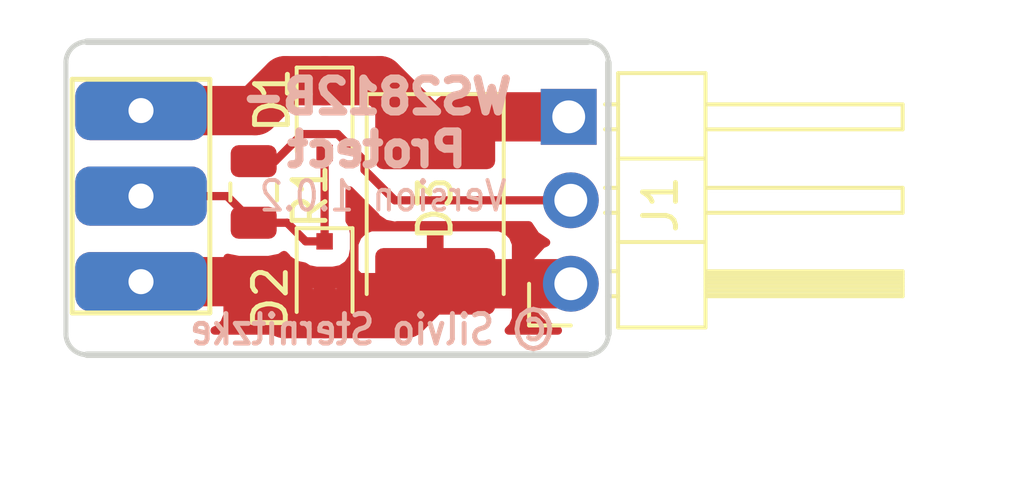
<source format=kicad_pcb>
(kicad_pcb (version 20171130) (host pcbnew "(5.0.2)-1")

  (general
    (thickness 1.6)
    (drawings 9)
    (tracks 30)
    (zones 0)
    (modules 7)
    (nets 5)
  )

  (page A4)
  (layers
    (0 F.Cu signal)
    (31 B.Cu signal)
    (32 B.Adhes user)
    (33 F.Adhes user)
    (34 B.Paste user)
    (35 F.Paste user)
    (36 B.SilkS user)
    (37 F.SilkS user)
    (38 B.Mask user)
    (39 F.Mask user)
    (40 Dwgs.User user)
    (41 Cmts.User user)
    (42 Eco1.User user)
    (43 Eco2.User user)
    (44 Edge.Cuts user)
    (45 Margin user)
    (46 B.CrtYd user)
    (47 F.CrtYd user)
    (48 B.Fab user)
    (49 F.Fab user)
  )

  (setup
    (last_trace_width 0.25)
    (trace_clearance 0.2)
    (zone_clearance 0.508)
    (zone_45_only no)
    (trace_min 0.2)
    (segment_width 0.2)
    (edge_width 0.2)
    (via_size 0.8)
    (via_drill 0.4)
    (via_min_size 0.4)
    (via_min_drill 0.3)
    (uvia_size 0.3)
    (uvia_drill 0.1)
    (uvias_allowed no)
    (uvia_min_size 0.2)
    (uvia_min_drill 0.1)
    (pcb_text_width 0.3)
    (pcb_text_size 1.5 1.5)
    (mod_edge_width 0.15)
    (mod_text_size 1 1)
    (mod_text_width 0.15)
    (pad_size 1.524 1.524)
    (pad_drill 0.762)
    (pad_to_mask_clearance 0.051)
    (solder_mask_min_width 0.25)
    (aux_axis_origin 0 0)
    (visible_elements 7FFFFFFF)
    (pcbplotparams
      (layerselection 0x010fc_ffffffff)
      (usegerberextensions false)
      (usegerberattributes false)
      (usegerberadvancedattributes false)
      (creategerberjobfile false)
      (excludeedgelayer true)
      (linewidth 0.100000)
      (plotframeref false)
      (viasonmask false)
      (mode 1)
      (useauxorigin false)
      (hpglpennumber 1)
      (hpglpenspeed 20)
      (hpglpendiameter 15.000000)
      (psnegative false)
      (psa4output false)
      (plotreference true)
      (plotvalue true)
      (plotinvisibletext false)
      (padsonsilk false)
      (subtractmaskfromsilk false)
      (outputformat 1)
      (mirror false)
      (drillshape 0)
      (scaleselection 1)
      (outputdirectory "Gerber/"))
  )

  (net 0 "")
  (net 1 "Net-(D1-Pad1)")
  (net 2 "Net-(D1-Pad2)")
  (net 3 "Net-(J1-Pad2)")
  (net 4 "Net-(D2-Pad2)")

  (net_class Default "Dies ist die voreingestellte Netzklasse."
    (clearance 0.2)
    (trace_width 0.25)
    (via_dia 0.8)
    (via_drill 0.4)
    (uvia_dia 0.3)
    (uvia_drill 0.1)
    (add_net "Net-(D1-Pad2)")
    (add_net "Net-(J1-Pad2)")
  )

  (net_class +5V ""
    (clearance 0.2)
    (trace_width 1.5)
    (via_dia 0.8)
    (via_drill 0.4)
    (uvia_dia 0.3)
    (uvia_drill 0.1)
    (add_net "Net-(D1-Pad1)")
  )

  (net_class GND ""
    (clearance 0.2)
    (trace_width 1.5)
    (via_dia 0.8)
    (via_drill 0.4)
    (uvia_dia 0.3)
    (uvia_drill 0.1)
    (add_net "Net-(D2-Pad2)")
  )

  (module Homebrew:Copyrigth (layer F.Cu) (tedit 5E2DAC5A) (tstamp 5E3BD23F)
    (at 140.0175 56.0705)
    (fp_text reference V1 (at 0 9.7) (layer F.Fab)
      (effects (font (size 1.2 1.2) (thickness 0.12)))
    )
    (fp_text value "Version 1.0.2" (at 5.5245 1.9685) (layer B.SilkS)
      (effects (font (size 0.9 0.75) (thickness 0.12)) (justify mirror))
    )
    (fp_text user "© Silvio Sternitzke" (at 5.207 6.0325) (layer B.SilkS)
      (effects (font (size 0.9 0.75) (thickness 0.15)) (justify mirror))
    )
  )

  (module Diode_SMD:D_SOD-323F (layer F.Cu) (tedit 590A48EB) (tstamp 5E2DAC03)
    (at 143.764 55.626 270)
    (descr "SOD-323F http://www.nxp.com/documents/outline_drawing/SOD323F.pdf")
    (tags SOD-323F)
    (path /5E2CD5CD)
    (attr smd)
    (fp_text reference D1 (at -0.508 1.5875 270) (layer F.SilkS)
      (effects (font (size 1 1) (thickness 0.15)))
    )
    (fp_text value 1N4148 (at 0.1 1.9 270) (layer F.Fab)
      (effects (font (size 1 1) (thickness 0.15)))
    )
    (fp_text user %R (at 0 -1.85 270) (layer F.Fab)
      (effects (font (size 1 1) (thickness 0.15)))
    )
    (fp_line (start -1.5 -0.85) (end -1.5 0.85) (layer F.SilkS) (width 0.12))
    (fp_line (start 0.2 0) (end 0.45 0) (layer F.Fab) (width 0.1))
    (fp_line (start 0.2 0.35) (end -0.3 0) (layer F.Fab) (width 0.1))
    (fp_line (start 0.2 -0.35) (end 0.2 0.35) (layer F.Fab) (width 0.1))
    (fp_line (start -0.3 0) (end 0.2 -0.35) (layer F.Fab) (width 0.1))
    (fp_line (start -0.3 0) (end -0.5 0) (layer F.Fab) (width 0.1))
    (fp_line (start -0.3 -0.35) (end -0.3 0.35) (layer F.Fab) (width 0.1))
    (fp_line (start -0.9 0.7) (end -0.9 -0.7) (layer F.Fab) (width 0.1))
    (fp_line (start 0.9 0.7) (end -0.9 0.7) (layer F.Fab) (width 0.1))
    (fp_line (start 0.9 -0.7) (end 0.9 0.7) (layer F.Fab) (width 0.1))
    (fp_line (start -0.9 -0.7) (end 0.9 -0.7) (layer F.Fab) (width 0.1))
    (fp_line (start -1.6 -0.95) (end 1.6 -0.95) (layer F.CrtYd) (width 0.05))
    (fp_line (start 1.6 -0.95) (end 1.6 0.95) (layer F.CrtYd) (width 0.05))
    (fp_line (start -1.6 0.95) (end 1.6 0.95) (layer F.CrtYd) (width 0.05))
    (fp_line (start -1.6 -0.95) (end -1.6 0.95) (layer F.CrtYd) (width 0.05))
    (fp_line (start -1.5 0.85) (end 1.05 0.85) (layer F.SilkS) (width 0.12))
    (fp_line (start -1.5 -0.85) (end 1.05 -0.85) (layer F.SilkS) (width 0.12))
    (pad 1 smd rect (at -1.1 0 270) (size 0.5 0.5) (layers F.Cu F.Paste F.Mask)
      (net 1 "Net-(D1-Pad1)"))
    (pad 2 smd rect (at 1.1 0 270) (size 0.5 0.5) (layers F.Cu F.Paste F.Mask)
      (net 2 "Net-(D1-Pad2)"))
    (model ${KISYS3DMOD}/Diode_SMD.3dshapes/D_SOD-323F.wrl
      (at (xyz 0 0 0))
      (scale (xyz 1 1 1))
      (rotate (xyz 0 0 0))
    )
  )

  (module Diode_SMD:D_SOD-323F (layer F.Cu) (tedit 590A48EB) (tstamp 5E2DAC1B)
    (at 143.764 60.5155 270)
    (descr "SOD-323F http://www.nxp.com/documents/outline_drawing/SOD323F.pdf")
    (tags SOD-323F)
    (path /5E2CD6B1)
    (attr smd)
    (fp_text reference D2 (at 0.635 1.651 270) (layer F.SilkS)
      (effects (font (size 1 1) (thickness 0.15)))
    )
    (fp_text value 1N4148 (at 0.1 1.9 270) (layer F.Fab)
      (effects (font (size 1 1) (thickness 0.15)))
    )
    (fp_line (start -1.5 -0.85) (end 1.05 -0.85) (layer F.SilkS) (width 0.12))
    (fp_line (start -1.5 0.85) (end 1.05 0.85) (layer F.SilkS) (width 0.12))
    (fp_line (start -1.6 -0.95) (end -1.6 0.95) (layer F.CrtYd) (width 0.05))
    (fp_line (start -1.6 0.95) (end 1.6 0.95) (layer F.CrtYd) (width 0.05))
    (fp_line (start 1.6 -0.95) (end 1.6 0.95) (layer F.CrtYd) (width 0.05))
    (fp_line (start -1.6 -0.95) (end 1.6 -0.95) (layer F.CrtYd) (width 0.05))
    (fp_line (start -0.9 -0.7) (end 0.9 -0.7) (layer F.Fab) (width 0.1))
    (fp_line (start 0.9 -0.7) (end 0.9 0.7) (layer F.Fab) (width 0.1))
    (fp_line (start 0.9 0.7) (end -0.9 0.7) (layer F.Fab) (width 0.1))
    (fp_line (start -0.9 0.7) (end -0.9 -0.7) (layer F.Fab) (width 0.1))
    (fp_line (start -0.3 -0.35) (end -0.3 0.35) (layer F.Fab) (width 0.1))
    (fp_line (start -0.3 0) (end -0.5 0) (layer F.Fab) (width 0.1))
    (fp_line (start -0.3 0) (end 0.2 -0.35) (layer F.Fab) (width 0.1))
    (fp_line (start 0.2 -0.35) (end 0.2 0.35) (layer F.Fab) (width 0.1))
    (fp_line (start 0.2 0.35) (end -0.3 0) (layer F.Fab) (width 0.1))
    (fp_line (start 0.2 0) (end 0.45 0) (layer F.Fab) (width 0.1))
    (fp_line (start -1.5 -0.85) (end -1.5 0.85) (layer F.SilkS) (width 0.12))
    (fp_text user %R (at 0 -1.85 270) (layer F.Fab)
      (effects (font (size 1 1) (thickness 0.15)))
    )
    (pad 2 smd rect (at 1.1 0 270) (size 0.5 0.5) (layers F.Cu F.Paste F.Mask)
      (net 4 "Net-(D2-Pad2)"))
    (pad 1 smd rect (at -1.1 0 270) (size 0.5 0.5) (layers F.Cu F.Paste F.Mask)
      (net 2 "Net-(D1-Pad2)"))
    (model ${KISYS3DMOD}/Diode_SMD.3dshapes/D_SOD-323F.wrl
      (at (xyz 0 0 0))
      (scale (xyz 1 1 1))
      (rotate (xyz 0 0 0))
    )
  )

  (module Diode_SMD:D_2114_3652Metric_Castellated (layer F.Cu) (tedit 5B301BBE) (tstamp 5E2DAC2E)
    (at 147.13 58.42 270)
    (descr "Diode SMD 2114 (3652 Metric), castellated end terminal, IPC_7351 nominal, (Body size from: http://datasheets.avx.com/schottky.pdf), generated with kicad-footprint-generator")
    (tags "diode castellated")
    (path /5E2CD786)
    (attr smd)
    (fp_text reference D3 (at 0 0 270) (layer F.SilkS)
      (effects (font (size 1 1) (thickness 0.15)))
    )
    (fp_text value P6KE (at 0 2.78 270) (layer F.Fab)
      (effects (font (size 1 1) (thickness 0.15)))
    )
    (fp_line (start 2.6 -1.8) (end -1.7 -1.8) (layer F.Fab) (width 0.1))
    (fp_line (start -1.7 -1.8) (end -2.6 -0.9) (layer F.Fab) (width 0.1))
    (fp_line (start -2.6 -0.9) (end -2.6 1.8) (layer F.Fab) (width 0.1))
    (fp_line (start -2.6 1.8) (end 2.6 1.8) (layer F.Fab) (width 0.1))
    (fp_line (start 2.6 1.8) (end 2.6 -1.8) (layer F.Fab) (width 0.1))
    (fp_line (start 2.6 -2.085) (end -3.485 -2.085) (layer F.SilkS) (width 0.12))
    (fp_line (start -3.485 -2.085) (end -3.485 2.085) (layer F.SilkS) (width 0.12))
    (fp_line (start -3.485 2.085) (end 2.6 2.085) (layer F.SilkS) (width 0.12))
    (fp_line (start -3.48 2.08) (end -3.48 -2.08) (layer F.CrtYd) (width 0.05))
    (fp_line (start -3.48 -2.08) (end 3.48 -2.08) (layer F.CrtYd) (width 0.05))
    (fp_line (start 3.48 -2.08) (end 3.48 2.08) (layer F.CrtYd) (width 0.05))
    (fp_line (start 3.48 2.08) (end -3.48 2.08) (layer F.CrtYd) (width 0.05))
    (fp_text user %R (at 0 0 270) (layer F.Fab)
      (effects (font (size 1 1) (thickness 0.15)))
    )
    (pad 1 smd roundrect (at -2.2125 0 270) (size 2.025 3.65) (layers F.Cu F.Paste F.Mask) (roundrect_rratio 0.123457)
      (net 1 "Net-(D1-Pad1)"))
    (pad 2 smd roundrect (at 2.2125 0 270) (size 2.025 3.65) (layers F.Cu F.Paste F.Mask) (roundrect_rratio 0.123457)
      (net 4 "Net-(D2-Pad2)"))
    (model ${KISYS3DMOD}/Diode_SMD.3dshapes/D_2114_3652Metric_Castellated.wrl
      (at (xyz 0 0 0))
      (scale (xyz 1 1 1))
      (rotate (xyz 0 0 0))
    )
  )

  (module Resistor_SMD:R_0805_2012Metric (layer F.Cu) (tedit 5B36C52B) (tstamp 5E2DAC8B)
    (at 141.605 57.912 270)
    (descr "Resistor SMD 0805 (2012 Metric), square (rectangular) end terminal, IPC_7351 nominal, (Body size source: https://docs.google.com/spreadsheets/d/1BsfQQcO9C6DZCsRaXUlFlo91Tg2WpOkGARC1WS5S8t0/edit?usp=sharing), generated with kicad-footprint-generator")
    (tags resistor)
    (path /5E2CD4A1)
    (attr smd)
    (fp_text reference R1 (at 0.127 -1.7145 270) (layer F.SilkS)
      (effects (font (size 1 1) (thickness 0.15)))
    )
    (fp_text value 270 (at 0 1.65 270) (layer F.Fab)
      (effects (font (size 1 1) (thickness 0.15)))
    )
    (fp_line (start -1 0.6) (end -1 -0.6) (layer F.Fab) (width 0.1))
    (fp_line (start -1 -0.6) (end 1 -0.6) (layer F.Fab) (width 0.1))
    (fp_line (start 1 -0.6) (end 1 0.6) (layer F.Fab) (width 0.1))
    (fp_line (start 1 0.6) (end -1 0.6) (layer F.Fab) (width 0.1))
    (fp_line (start -0.258578 -0.71) (end 0.258578 -0.71) (layer F.SilkS) (width 0.12))
    (fp_line (start -0.258578 0.71) (end 0.258578 0.71) (layer F.SilkS) (width 0.12))
    (fp_line (start -1.68 0.95) (end -1.68 -0.95) (layer F.CrtYd) (width 0.05))
    (fp_line (start -1.68 -0.95) (end 1.68 -0.95) (layer F.CrtYd) (width 0.05))
    (fp_line (start 1.68 -0.95) (end 1.68 0.95) (layer F.CrtYd) (width 0.05))
    (fp_line (start 1.68 0.95) (end -1.68 0.95) (layer F.CrtYd) (width 0.05))
    (fp_text user %R (at 0 0 270) (layer F.Fab)
      (effects (font (size 0.5 0.5) (thickness 0.08)))
    )
    (pad 1 smd roundrect (at -0.9375 0 270) (size 0.975 1.4) (layers F.Cu F.Paste F.Mask) (roundrect_rratio 0.25)
      (net 3 "Net-(J1-Pad2)"))
    (pad 2 smd roundrect (at 0.9375 0 270) (size 0.975 1.4) (layers F.Cu F.Paste F.Mask) (roundrect_rratio 0.25)
      (net 2 "Net-(D1-Pad2)"))
    (model ${KISYS3DMOD}/Resistor_SMD.3dshapes/R_0805_2012Metric.wrl
      (at (xyz 0 0 0))
      (scale (xyz 1 1 1))
      (rotate (xyz 0 0 0))
    )
  )

  (module Homebrew:PinHeader_1x03_P2.54mm_Horizontal (layer F.Cu) (tedit 5E2DAC60) (tstamp 5E3D8AA7)
    (at 152.654 58.166)
    (descr "Through hole angled pin header, 1x03, 2.54mm pitch, 6mm pin length, single row")
    (tags "Through hole angled pin header THT 1x03 2.54mm single row")
    (path /5E2DBD2F)
    (fp_text reference J1 (at 1.3335 0.127 90) (layer F.SilkS)
      (effects (font (size 1 1) (thickness 0.15)))
    )
    (fp_text value "LED-Stripe(Eingang)" (at 4.5085 5.334) (layer F.Fab)
      (effects (font (size 1 1) (thickness 0.15)))
    )
    (fp_line (start 0.738 3.81) (end 2.643 3.81) (layer F.Fab) (width 0.1))
    (fp_line (start 2.643 3.81) (end 2.643 -3.81) (layer F.Fab) (width 0.1))
    (fp_line (start 2.643 -3.81) (end 0.103 -3.81) (layer F.Fab) (width 0.1))
    (fp_line (start 0.103 -3.81) (end 0.103 3.175) (layer F.Fab) (width 0.1))
    (fp_line (start 0.103 3.175) (end 0.738 3.81) (layer F.Fab) (width 0.1))
    (fp_line (start -1.717 2.86) (end 0.103 2.86) (layer F.Fab) (width 0.1))
    (fp_line (start -1.717 2.86) (end -1.717 2.22) (layer F.Fab) (width 0.1))
    (fp_line (start -1.717 2.22) (end 0.103 2.22) (layer F.Fab) (width 0.1))
    (fp_line (start 2.643 2.86) (end 8.643 2.86) (layer F.Fab) (width 0.1))
    (fp_line (start 8.643 2.86) (end 8.643 2.22) (layer F.Fab) (width 0.1))
    (fp_line (start 2.643 2.22) (end 8.643 2.22) (layer F.Fab) (width 0.1))
    (fp_line (start -1.717 0.32) (end 0.103 0.32) (layer F.Fab) (width 0.1))
    (fp_line (start -1.717 0.32) (end -1.717 -0.32) (layer F.Fab) (width 0.1))
    (fp_line (start -1.717 -0.32) (end 0.103 -0.32) (layer F.Fab) (width 0.1))
    (fp_line (start 2.643 0.32) (end 8.643 0.32) (layer F.Fab) (width 0.1))
    (fp_line (start 8.643 0.32) (end 8.643 -0.32) (layer F.Fab) (width 0.1))
    (fp_line (start 2.643 -0.32) (end 8.643 -0.32) (layer F.Fab) (width 0.1))
    (fp_line (start -1.717 -2.22) (end 0.103 -2.22) (layer F.Fab) (width 0.1))
    (fp_line (start -1.717 -2.22) (end -1.717 -2.86) (layer F.Fab) (width 0.1))
    (fp_line (start -1.717 -2.86) (end 0.103 -2.86) (layer F.Fab) (width 0.1))
    (fp_line (start 2.643 -2.22) (end 8.643 -2.22) (layer F.Fab) (width 0.1))
    (fp_line (start 8.643 -2.22) (end 8.643 -2.86) (layer F.Fab) (width 0.1))
    (fp_line (start 2.643 -2.86) (end 8.643 -2.86) (layer F.Fab) (width 0.1))
    (fp_line (start 0.043 3.87) (end 0.043 -3.87) (layer F.SilkS) (width 0.12))
    (fp_line (start 0.043 -3.87) (end 2.703 -3.87) (layer F.SilkS) (width 0.12))
    (fp_line (start 2.703 -3.87) (end 2.703 3.87) (layer F.SilkS) (width 0.12))
    (fp_line (start 2.703 3.87) (end 0.043 3.87) (layer F.SilkS) (width 0.12))
    (fp_line (start 2.703 2.92) (end 8.703 2.92) (layer F.SilkS) (width 0.12))
    (fp_line (start 8.703 2.92) (end 8.703 2.16) (layer F.SilkS) (width 0.12))
    (fp_line (start 8.703 2.16) (end 2.703 2.16) (layer F.SilkS) (width 0.12))
    (fp_line (start 2.703 2.86) (end 8.703 2.86) (layer F.SilkS) (width 0.12))
    (fp_line (start 2.703 2.74) (end 8.703 2.74) (layer F.SilkS) (width 0.12))
    (fp_line (start 2.703 2.62) (end 8.703 2.62) (layer F.SilkS) (width 0.12))
    (fp_line (start 2.703 2.5) (end 8.703 2.5) (layer F.SilkS) (width 0.12))
    (fp_line (start 2.703 2.38) (end 8.703 2.38) (layer F.SilkS) (width 0.12))
    (fp_line (start 2.703 2.26) (end 8.703 2.26) (layer F.SilkS) (width 0.12))
    (fp_line (start -0.287 2.92) (end 0.043 2.92) (layer F.SilkS) (width 0.12))
    (fp_line (start -0.287 2.16) (end 0.043 2.16) (layer F.SilkS) (width 0.12))
    (fp_line (start 0.043 1.27) (end 2.703 1.27) (layer F.SilkS) (width 0.12))
    (fp_line (start 2.703 0.38) (end 8.703 0.38) (layer F.SilkS) (width 0.12))
    (fp_line (start 8.703 0.38) (end 8.703 -0.38) (layer F.SilkS) (width 0.12))
    (fp_line (start 8.703 -0.38) (end 2.703 -0.38) (layer F.SilkS) (width 0.12))
    (fp_line (start -0.354071 0.38) (end 0.043 0.38) (layer F.SilkS) (width 0.12))
    (fp_line (start -0.354071 -0.38) (end 0.043 -0.38) (layer F.SilkS) (width 0.12))
    (fp_line (start 0.043 -1.27) (end 2.703 -1.27) (layer F.SilkS) (width 0.12))
    (fp_line (start 2.703 -2.16) (end 8.703 -2.16) (layer F.SilkS) (width 0.12))
    (fp_line (start 8.703 -2.16) (end 8.703 -2.92) (layer F.SilkS) (width 0.12))
    (fp_line (start 8.703 -2.92) (end 2.703 -2.92) (layer F.SilkS) (width 0.12))
    (fp_line (start -0.354071 -2.16) (end 0.043 -2.16) (layer F.SilkS) (width 0.12))
    (fp_line (start -0.354071 -2.92) (end 0.043 -2.92) (layer F.SilkS) (width 0.12))
    (fp_line (start -2.667 2.54) (end -2.667 3.81) (layer F.SilkS) (width 0.12))
    (fp_line (start -2.667 3.81) (end -1.397 3.81) (layer F.SilkS) (width 0.12))
    (fp_line (start -3.197 4.34) (end -3.197 -4.31) (layer F.CrtYd) (width 0.05))
    (fp_line (start -3.197 -4.31) (end 9.153 -4.31) (layer F.CrtYd) (width 0.05))
    (fp_line (start 9.153 -4.31) (end 9.153 4.34) (layer F.CrtYd) (width 0.05))
    (fp_line (start 9.153 4.34) (end -3.197 4.34) (layer F.CrtYd) (width 0.05))
    (fp_text user %R (at 1.373 0 -90) (layer F.Fab)
      (effects (font (size 1 1) (thickness 0.15)))
    )
    (pad 1 thru_hole rect (at -1.4605 -2.54 180) (size 1.7 1.7) (drill 1) (layers *.Cu *.Mask)
      (net 1 "Net-(D1-Pad1)"))
    (pad 2 thru_hole oval (at -1.397 0 180) (size 1.7 1.7) (drill 1) (layers *.Cu *.Mask)
      (net 3 "Net-(J1-Pad2)"))
    (pad 3 thru_hole oval (at -1.397 2.54 180) (size 1.7 1.7) (drill 1) (layers *.Cu *.Mask)
      (net 4 "Net-(D2-Pad2)"))
    (model ${KISYS3DMOD}/Connector_PinHeader_2.54mm.3dshapes/PinHeader_1x03_P2.54mm_Horizontal.wrl
      (at (xyz 0 0 0))
      (scale (xyz 1 1 1))
      (rotate (xyz 0 0 0))
    )
  )

  (module Homebrew:LED-Stripe (layer F.Cu) (tedit 5E2DAC55) (tstamp 5E3D8AB3)
    (at 138.176 57.9755)
    (path /5E2DC525)
    (fp_text reference J2 (at 0 4.699) (layer F.Fab)
      (effects (font (size 1 1) (thickness 0.15)))
    )
    (fp_text value LED-Stripe (at 0 -4.2545) (layer F.Fab)
      (effects (font (size 1 1) (thickness 0.15)))
    )
    (fp_line (start -2.0955 0.0635) (end -2.0955 -3.4925) (layer F.SilkS) (width 0.15))
    (fp_line (start -2.0955 -3.4925) (end 2.0955 -3.4925) (layer F.SilkS) (width 0.15))
    (fp_line (start -2.0955 0.0635) (end -2.0955 3.6195) (layer F.SilkS) (width 0.15))
    (fp_line (start -2.0955 3.6195) (end 2.0955 3.6195) (layer F.SilkS) (width 0.15))
    (fp_line (start 2.0955 -3.4925) (end 2.0955 3.6195) (layer F.SilkS) (width 0.15))
    (pad 1 thru_hole roundrect (at 0 -2.54) (size 4 1.8) (drill 0.762) (layers *.Cu *.Mask) (roundrect_rratio 0.25)
      (net 1 "Net-(D1-Pad1)"))
    (pad 2 thru_hole roundrect (at 0 0.0635) (size 4 1.8) (drill 0.762) (layers *.Cu *.Mask) (roundrect_rratio 0.25)
      (net 2 "Net-(D1-Pad2)"))
    (pad 3 thru_hole roundrect (at 0 2.667) (size 4 1.8) (drill 0.762) (layers *.Cu *.Mask) (roundrect_rratio 0.25)
      (net 4 "Net-(D2-Pad2)"))
  )

  (gr_text "WS2812B-\nProtect" (at 145.3515 55.8165) (layer B.SilkS)
    (effects (font (size 1 1) (thickness 0.25)) (justify mirror))
  )
  (gr_arc (start 151.765 62.23) (end 151.765 62.865) (angle -90) (layer Edge.Cuts) (width 0.15))
  (gr_line (start 152.4 53.975) (end 152.4 62.23) (layer Edge.Cuts) (width 0.2))
  (gr_arc (start 151.765 53.975) (end 152.4 53.975) (angle -90) (layer Edge.Cuts) (width 0.15))
  (gr_line (start 136.525 62.865) (end 151.765 62.865) (layer Edge.Cuts) (width 0.2) (tstamp 5E3ED2F8))
  (gr_arc (start 136.525 53.975) (end 136.525 53.34) (angle -90) (layer Edge.Cuts) (width 0.15))
  (gr_arc (start 136.525 62.23) (end 135.89 62.23) (angle -90) (layer Edge.Cuts) (width 0.15))
  (gr_line (start 135.89 53.975) (end 135.89 62.23) (layer Edge.Cuts) (width 0.15))
  (gr_line (start 136.525 53.34) (end 151.765 53.34) (layer Edge.Cuts) (width 0.2))

  (segment (start 142.5637 54.526) (end 141.6542 55.4355) (width 1.5) (layer F.Cu) (net 1))
  (segment (start 141.6542 55.4355) (end 138.176 55.4355) (width 1.5) (layer F.Cu) (net 1))
  (segment (start 147.13 56.2075) (end 145.4485 54.526) (width 1.5) (layer F.Cu) (net 1))
  (segment (start 145.4485 54.526) (end 143.764 54.526) (width 1.5) (layer F.Cu) (net 1))
  (segment (start 151.1935 55.626) (end 147.7115 55.626) (width 1.5) (layer F.Cu) (net 1))
  (segment (start 147.7115 55.626) (end 147.13 56.2075) (width 1.5) (layer F.Cu) (net 1))
  (segment (start 143.764 54.526) (end 142.5637 54.526) (width 1.5) (layer F.Cu) (net 1))
  (segment (start 143.7459 59.4155) (end 143.764 59.3974) (width 0.25) (layer F.Cu) (net 2))
  (segment (start 143.764 59.3974) (end 143.764 56.726) (width 0.25) (layer F.Cu) (net 2))
  (segment (start 143.7459 59.4155) (end 143.1887 59.4155) (width 0.25) (layer F.Cu) (net 2))
  (segment (start 143.764 59.4155) (end 143.7459 59.4155) (width 0.25) (layer F.Cu) (net 2))
  (segment (start 141.605 58.8495) (end 142.6227 58.8495) (width 0.25) (layer F.Cu) (net 2))
  (segment (start 142.6227 58.8495) (end 143.1887 59.4155) (width 0.25) (layer F.Cu) (net 2))
  (segment (start 138.176 58.039) (end 140.7945 58.039) (width 0.25) (layer F.Cu) (net 2))
  (segment (start 140.7945 58.039) (end 141.605 58.8495) (width 0.25) (layer F.Cu) (net 2))
  (segment (start 151.257 58.166) (end 145.9005 58.166) (width 0.25) (layer F.Cu) (net 3))
  (segment (start 145.9005 58.166) (end 144.9787 57.2442) (width 0.25) (layer F.Cu) (net 3))
  (segment (start 144.9787 57.2442) (end 144.9787 56.9707) (width 0.25) (layer F.Cu) (net 3))
  (segment (start 144.9787 56.9707) (end 144.1586 56.1506) (width 0.25) (layer F.Cu) (net 3))
  (segment (start 144.1586 56.1506) (end 143.0817 56.1506) (width 0.25) (layer F.Cu) (net 3))
  (segment (start 143.0817 56.1506) (end 142.2578 56.9745) (width 0.25) (layer F.Cu) (net 3))
  (segment (start 142.2578 56.9745) (end 141.605 56.9745) (width 0.25) (layer F.Cu) (net 3))
  (segment (start 143.764 61.6155) (end 142.5637 61.6155) (width 1.5) (layer F.Cu) (net 4))
  (segment (start 138.176 60.6425) (end 141.5907 60.6425) (width 1.5) (layer F.Cu) (net 4))
  (segment (start 141.5907 60.6425) (end 142.5637 61.6155) (width 1.5) (layer F.Cu) (net 4))
  (segment (start 147.13 60.706) (end 147.13 60.6325) (width 1.5) (layer F.Cu) (net 4))
  (segment (start 143.764 61.6155) (end 146.2205 61.6155) (width 1.5) (layer F.Cu) (net 4))
  (segment (start 146.2205 61.6155) (end 147.13 60.706) (width 1.5) (layer F.Cu) (net 4))
  (segment (start 147.13 60.706) (end 149.4567 60.706) (width 1.5) (layer F.Cu) (net 4))
  (segment (start 151.257 60.706) (end 149.4567 60.706) (width 1.5) (layer F.Cu) (net 4))

  (zone (net 4) (net_name "Net-(D2-Pad2)") (layer F.Cu) (tstamp 0) (hatch edge 0.508)
    (connect_pads (clearance 0.508))
    (min_thickness 0.254)
    (fill yes (arc_segments 16) (thermal_gap 0.508) (thermal_bridge_width 0.508))
    (polygon
      (pts
        (xy 135.255 52.07) (xy 135.255 63.5) (xy 153.67 63.5) (xy 153.67 52.07)
      )
    )
    (filled_polygon
      (pts
        (xy 145.310171 58.650473) (xy 145.352571 58.713929) (xy 145.603963 58.881904) (xy 145.825648 58.926) (xy 145.825652 58.926)
        (xy 145.900499 58.940888) (xy 145.975346 58.926) (xy 149.978822 58.926) (xy 150.186375 59.236625) (xy 150.505478 59.449843)
        (xy 150.375642 59.510817) (xy 149.985355 59.939076) (xy 149.815524 60.34911) (xy 149.936845 60.579) (xy 151.13 60.579)
        (xy 151.13 60.559) (xy 151.384 60.559) (xy 151.384 60.579) (xy 151.404 60.579) (xy 151.404 60.833)
        (xy 151.384 60.833) (xy 151.384 60.853) (xy 151.13 60.853) (xy 151.13 60.833) (xy 149.936845 60.833)
        (xy 149.815524 61.06289) (xy 149.985355 61.472924) (xy 150.375642 61.901183) (xy 150.862874 62.13) (xy 149.368026 62.13)
        (xy 149.493327 62.004698) (xy 149.59 61.771309) (xy 149.59 60.91825) (xy 149.43125 60.7595) (xy 147.257 60.7595)
        (xy 147.257 60.7795) (xy 147.003 60.7795) (xy 147.003 60.7595) (xy 144.82875 60.7595) (xy 144.67 60.91825)
        (xy 144.67 61.771309) (xy 144.766673 62.004698) (xy 144.891974 62.13) (xy 144.591759 62.13) (xy 144.649 61.991809)
        (xy 144.649 61.89925) (xy 144.49025 61.7405) (xy 143.889 61.7405) (xy 143.889 61.7625) (xy 143.639 61.7625)
        (xy 143.639 61.7405) (xy 143.03775 61.7405) (xy 142.879 61.89925) (xy 142.879 61.991809) (xy 142.936241 62.13)
        (xy 140.416984 62.13) (xy 140.535698 62.080827) (xy 140.714327 61.902199) (xy 140.811 61.66881) (xy 140.811 61.239191)
        (xy 142.879 61.239191) (xy 142.879 61.33175) (xy 143.03775 61.4905) (xy 143.639 61.4905) (xy 143.639 60.88925)
        (xy 143.889 60.88925) (xy 143.889 61.4905) (xy 144.49025 61.4905) (xy 144.649 61.33175) (xy 144.649 61.239191)
        (xy 144.552327 61.005802) (xy 144.373699 60.827173) (xy 144.14031 60.7305) (xy 144.04775 60.7305) (xy 143.889 60.88925)
        (xy 143.639 60.88925) (xy 143.48025 60.7305) (xy 143.38769 60.7305) (xy 143.154301 60.827173) (xy 142.975673 61.005802)
        (xy 142.879 61.239191) (xy 140.811 61.239191) (xy 140.811 60.92825) (xy 140.65225 60.7695) (xy 138.303 60.7695)
        (xy 138.303 60.7895) (xy 138.049 60.7895) (xy 138.049 60.7695) (xy 138.029 60.7695) (xy 138.029 60.5155)
        (xy 138.049 60.5155) (xy 138.049 60.4955) (xy 138.303 60.4955) (xy 138.303 60.5155) (xy 140.65225 60.5155)
        (xy 140.811 60.35675) (xy 140.811 59.917257) (xy 141.14875 59.98444) (xy 142.06125 59.98444) (xy 142.402294 59.916602)
        (xy 142.529802 59.831404) (xy 142.598371 59.899973) (xy 142.640771 59.963429) (xy 142.892163 60.131404) (xy 143.113848 60.1755)
        (xy 143.113853 60.1755) (xy 143.142967 60.181291) (xy 143.266235 60.263657) (xy 143.514 60.31294) (xy 144.014 60.31294)
        (xy 144.261765 60.263657) (xy 144.471809 60.123309) (xy 144.612157 59.913265) (xy 144.66144 59.6655) (xy 144.66144 59.493691)
        (xy 144.67 59.493691) (xy 144.67 60.34675) (xy 144.82875 60.5055) (xy 147.003 60.5055) (xy 147.003 59.14375)
        (xy 147.257 59.14375) (xy 147.257 60.5055) (xy 149.43125 60.5055) (xy 149.59 60.34675) (xy 149.59 59.493691)
        (xy 149.493327 59.260302) (xy 149.314699 59.081673) (xy 149.08131 58.985) (xy 147.41575 58.985) (xy 147.257 59.14375)
        (xy 147.003 59.14375) (xy 146.84425 58.985) (xy 145.17869 58.985) (xy 144.945301 59.081673) (xy 144.766673 59.260302)
        (xy 144.67 59.493691) (xy 144.66144 59.493691) (xy 144.66144 59.1655) (xy 144.612157 58.917735) (xy 144.524 58.7858)
        (xy 144.524 57.864301)
      )
    )
  )
)

</source>
